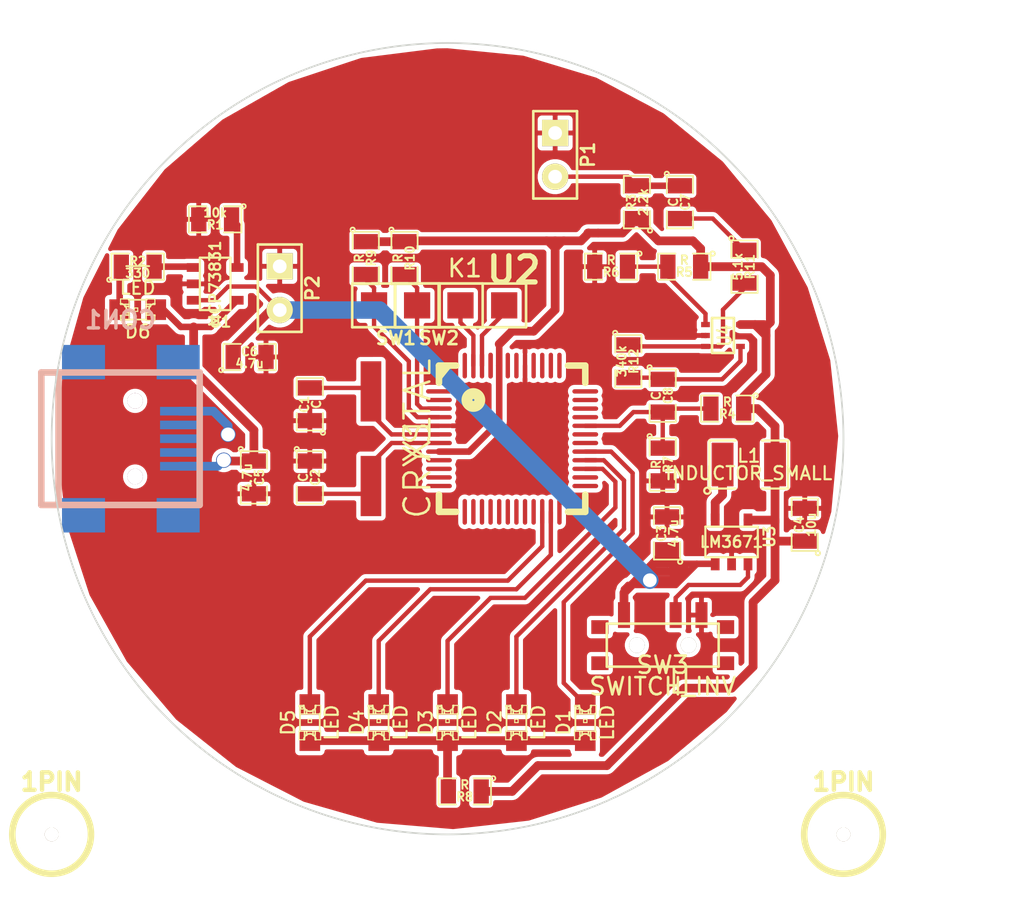
<source format=kicad_pcb>
(kicad_pcb (version 3) (host pcbnew "(2013-may-18)-stable")
  (layers (15 F.Cu signal) (0 B.Cu signal) (18 B.Paste user) (19 F.Paste user) (20 B.SilkS user) (21 F.SilkS user) (22 B.Mask user) (23 F.Mask user) (28 Edge.Cuts user))
  (net 0 "")
  (net 1 3V3)
  (net 2 AMP_OUT)
  (net 3 GND)
  (net 4 LED_CENTER)
  (net 5 LED_FLAT)
  (net 6 LED_SHARP)
  (net 7 LED_VFLAT)
  (net 8 LED_VSHARP)
  (net 9 MIC_OUT)
  (net 10 N-000001)
  (net 11 N-0000018)
  (net 12 N-000002)
  (net 13 N-0000020)
  (net 14 N-0000022)
  (net 15 N-0000023)
  (net 16 N-000003)
  (net 17 N-0000031)
  (net 18 N-0000032)
  (net 19 N-0000033)
  (net 20 N-000004)
  (net 21 PGRM)
  (net 22 REG_EN)
  (net 23 RESET)
  (net 24 RX)
  (net 25 TX)
  (net 26 VBAT)
  (net 27 VUSB)
  (module SM0805 (layer F.Cu) (at 212.5 121.5 270)
    (fp_text reference R7 (at 0 -0.3175 270) (layer F.SilkS) (effects (font (size 0.50038 0.50038) (thickness 0.10922))))
    (fp_text value R (at 0 0.381 270) (layer F.SilkS) (effects (font (size 0.50038 0.50038) (thickness 0.10922))))
    (pad 1 smd rect (at -0.9525 0 270) (size 0.889 1.397) (layers F.Cu F.Paste F.Mask) (net 2 AMP_OUT))
    (pad 2 smd rect (at 0.9525 0 270) (size 0.889 1.397) (layers F.Cu F.Paste F.Mask) (net 3 GND))
  )
  (module SM0805 (layer F.Cu) (at 216.25 118.25 180)
    (fp_text reference R4 (at 0 -0.3175 180) (layer F.SilkS) (effects (font (size 0.50038 0.50038) (thickness 0.10922))))
    (fp_text value R (at 0 0.381 180) (layer F.SilkS) (effects (font (size 0.50038 0.50038) (thickness 0.10922))))
    (pad 1 smd rect (at -0.9525 0 180) (size 0.889 1.397) (layers F.Cu F.Paste F.Mask) (net 1 3V3))
    (pad 2 smd rect (at 0.9525 0 180) (size 0.889 1.397) (layers F.Cu F.Paste F.Mask) (net 2 AMP_OUT))
  )
  (module USB_MINI_B (layer B.Cu) (at 181 120)
    (fp_text reference CON1 (at 0 -6.90118) (layer B.SilkS) (effects (font (size 1.016 1.016) (thickness 0.2032)) (justify mirror)))
    (fp_text value USB-MINI-B hide)
    (pad 1 smd rect (at 3.44932 1.6002) (size 2.30124 0.50038) (layers B.Cu B.Paste B.Mask) (net 27 VUSB))
    (pad 2 smd rect (at 3.44932 0.8001) (size 2.30124 0.50038) (layers B.Cu B.Paste B.Mask))
    (pad 3 smd rect (at 3.44932 0) (size 2.30124 0.50038) (layers B.Cu B.Paste B.Mask))
    (pad 4 smd rect (at 3.44932 -0.8001) (size 2.30124 0.50038) (layers B.Cu B.Paste B.Mask))
    (pad 5 smd rect (at 3.44932 -1.6002) (size 2.30124 0.50038) (layers B.Cu B.Paste B.Mask) (net 3 GND))
    (pad 6 smd rect (at 3.35026 4.45008) (size 2.49936 1.99898) (layers B.Cu B.Paste B.Mask))
    (pad 7 smd rect (at -2.14884 4.45008) (size 2.49936 1.99898) (layers B.Cu B.Paste B.Mask))
    (pad 8 smd rect (at 3.35026 -4.45008) (size 2.49936 1.99898) (layers B.Cu B.Paste B.Mask))
    (pad 9 smd rect (at -2.14884 -4.45008) (size 2.49936 1.99898) (layers B.Cu B.Paste B.Mask))
    (pad "" thru_hole circle (at 0.8509 2.19964) (size 0.89916 0.89916) (drill 0.89916) (layers *.Cu *.Mask B.SilkS))
    (pad "" thru_hole circle (at 0.8509 -2.19964) (size 0.89916 0.89916) (drill 0.89916) (layers *.Cu *.Mask B.SilkS))
  )
  (module SOT353 (layer F.Cu) (at 216 114)
    (fp_text reference U4 (at 0.09906 0 90) (layer F.SilkS) (effects (font (size 0.762 0.635) (thickness 0.127))))
    (fp_text value FAN4931 hide)
    (pad 1 smd rect (at -1.016 -0.635) (size 0.508 0.3048) (layers F.Cu F.Paste F.Mask) (net 14 N-0000022))
    (pad 3 smd rect (at -1.016 0.635) (size 0.508 0.3048) (layers F.Cu F.Paste F.Mask) (net 13 N-0000020))
    (pad 5 smd rect (at 1.016 -0.635) (size 0.508 0.3048) (layers F.Cu F.Paste F.Mask) (net 1 3V3))
    (pad 2 smd rect (at -1.016 0) (size 0.508 0.3048) (layers F.Cu F.Paste F.Mask) (net 3 GND))
    (pad 4 smd rect (at 1.016 0.635) (size 0.508 0.3048) (layers F.Cu F.Paste F.Mask) (net 15 N-0000023))
  )
  (module SOT23-5 (layer F.Cu) (at 186.5 111 270)
    (fp_text reference U1 (at 2.19964 -0.29972 360) (layer F.SilkS) (effects (font (size 0.635 0.635) (thickness 0.127))))
    (fp_text value MCP73831 (at 0 0 270) (layer F.SilkS) (effects (font (size 0.635 0.635) (thickness 0.127))))
    (pad 1 smd rect (at -0.9525 1.27 270) (size 0.508 0.762) (layers F.Cu F.Paste F.Mask) (net 16 N-000003))
    (pad 3 smd rect (at 0.9525 1.27 270) (size 0.508 0.762) (layers F.Cu F.Paste F.Mask) (net 26 VBAT))
    (pad 5 smd rect (at -0.9525 -1.27 270) (size 0.508 0.762) (layers F.Cu F.Paste F.Mask) (net 10 N-000001))
    (pad 2 smd rect (at 0 1.27 270) (size 0.508 0.762) (layers F.Cu F.Paste F.Mask) (net 3 GND))
    (pad 4 smd rect (at 0.9525 -1.27 270) (size 0.508 0.762) (layers F.Cu F.Paste F.Mask) (net 27 VUSB))
  )
  (module SOT23-5 (layer F.Cu) (at 216.5 126)
    (fp_text reference U3 (at 2.19964 -0.29972 90) (layer F.SilkS) (effects (font (size 0.635 0.635) (thickness 0.127))))
    (fp_text value LM3671 (at 0 0) (layer F.SilkS) (effects (font (size 0.635 0.635) (thickness 0.127))))
    (pad 1 smd rect (at -0.9525 1.27) (size 0.508 0.762) (layers F.Cu F.Paste F.Mask) (net 26 VBAT))
    (pad 3 smd rect (at 0.9525 1.27) (size 0.508 0.762) (layers F.Cu F.Paste F.Mask) (net 22 REG_EN))
    (pad 5 smd rect (at -0.9525 -1.27) (size 0.508 0.762) (layers F.Cu F.Paste F.Mask) (net 12 N-000002))
    (pad 2 smd rect (at 0 1.27) (size 0.508 0.762) (layers F.Cu F.Paste F.Mask) (net 3 GND))
    (pad 4 smd rect (at 0.9525 -1.27) (size 0.508 0.762) (layers F.Cu F.Paste F.Mask) (net 1 3V3))
  )
  (module SM1210 (layer F.Cu) (at 217.5 121.5)
    (fp_text reference L1 (at 0 -0.508) (layer F.SilkS) (effects (font (size 0.762 0.762) (thickness 0.127))))
    (fp_text value INDUCTOR_SMALL (at 0 0.508) (layer F.SilkS) (effects (font (size 0.762 0.762) (thickness 0.127))))
    (pad 1 smd rect (at -1.524 0) (size 1.27 2.54) (layers F.Cu F.Paste F.Mask) (net 12 N-000002))
    (pad 2 smd rect (at 1.524 0) (size 1.27 2.54) (layers F.Cu F.Paste F.Mask) (net 1 3V3))
  )
  (module SM0805 (layer F.Cu) (at 211 106.25 90)
    (fp_text reference R3 (at 0 -0.3175 90) (layer F.SilkS) (effects (font (size 0.50038 0.50038) (thickness 0.10922))))
    (fp_text value 2.2k (at 0 0.381 90) (layer F.SilkS) (effects (font (size 0.50038 0.50038) (thickness 0.10922))))
    (pad 1 smd rect (at -0.9525 0 90) (size 0.889 1.397) (layers F.Cu F.Paste F.Mask) (net 1 3V3))
    (pad 2 smd rect (at 0.9525 0 90) (size 0.889 1.397) (layers F.Cu F.Paste F.Mask) (net 11 N-0000018))
  )
  (module SM0805 (layer F.Cu) (at 201 140.5 180)
    (fp_text reference R8 (at 0 -0.3175 180) (layer F.SilkS) (effects (font (size 0.50038 0.50038) (thickness 0.10922))))
    (fp_text value R (at 0 0.381 180) (layer F.SilkS) (effects (font (size 0.50038 0.50038) (thickness 0.10922))))
    (pad 1 smd rect (at -0.9525 0 180) (size 0.889 1.397) (layers F.Cu F.Paste F.Mask) (net 1 3V3))
    (pad 2 smd rect (at 0.9525 0 180) (size 0.889 1.397) (layers F.Cu F.Paste F.Mask) (net 17 N-0000031))
  )
  (module SM0805 (layer F.Cu) (at 197.5 109.5 270)
    (fp_text reference R10 (at 0 -0.3175 270) (layer F.SilkS) (effects (font (size 0.50038 0.50038) (thickness 0.10922))))
    (fp_text value R (at 0 0.381 270) (layer F.SilkS) (effects (font (size 0.50038 0.50038) (thickness 0.10922))))
    (pad 1 smd rect (at -0.9525 0 270) (size 0.889 1.397) (layers F.Cu F.Paste F.Mask) (net 1 3V3))
    (pad 2 smd rect (at 0.9525 0 270) (size 0.889 1.397) (layers F.Cu F.Paste F.Mask) (net 23 RESET))
  )
  (module SM0805 (layer F.Cu) (at 195.25 109.5 270)
    (fp_text reference R9 (at 0 -0.3175 270) (layer F.SilkS) (effects (font (size 0.50038 0.50038) (thickness 0.10922))))
    (fp_text value R (at 0 0.381 270) (layer F.SilkS) (effects (font (size 0.50038 0.50038) (thickness 0.10922))))
    (pad 1 smd rect (at -0.9525 0 270) (size 0.889 1.397) (layers F.Cu F.Paste F.Mask) (net 1 3V3))
    (pad 2 smd rect (at 0.9525 0 270) (size 0.889 1.397) (layers F.Cu F.Paste F.Mask) (net 21 PGRM))
  )
  (module SM0805 (layer F.Cu) (at 182 110)
    (fp_text reference R2 (at 0 -0.3175) (layer F.SilkS) (effects (font (size 0.50038 0.50038) (thickness 0.10922))))
    (fp_text value ~330 (at 0 0.381) (layer F.SilkS) (effects (font (size 0.50038 0.50038) (thickness 0.10922))))
    (pad 1 smd rect (at -0.9525 0) (size 0.889 1.397) (layers F.Cu F.Paste F.Mask) (net 20 N-000004))
    (pad 2 smd rect (at 0.9525 0) (size 0.889 1.397) (layers F.Cu F.Paste F.Mask) (net 16 N-000003))
  )
  (module SM0805 (layer F.Cu) (at 188.75 122.25 270)
    (fp_text reference C5 (at 0 -0.3175 270) (layer F.SilkS) (effects (font (size 0.50038 0.50038) (thickness 0.10922))))
    (fp_text value 4.7u (at 0 0.381 270) (layer F.SilkS) (effects (font (size 0.50038 0.50038) (thickness 0.10922))))
    (pad 1 smd rect (at -0.9525 0 270) (size 0.889 1.397) (layers F.Cu F.Paste F.Mask) (net 27 VUSB))
    (pad 2 smd rect (at 0.9525 0 270) (size 0.889 1.397) (layers F.Cu F.Paste F.Mask) (net 3 GND))
  )
  (module SM0805 (layer F.Cu) (at 188.5 115.25)
    (fp_text reference C6 (at 0 -0.3175) (layer F.SilkS) (effects (font (size 0.50038 0.50038) (thickness 0.10922))))
    (fp_text value 4.7u (at 0 0.381) (layer F.SilkS) (effects (font (size 0.50038 0.50038) (thickness 0.10922))))
    (pad 1 smd rect (at -0.9525 0) (size 0.889 1.397) (layers F.Cu F.Paste F.Mask) (net 26 VBAT))
    (pad 2 smd rect (at 0.9525 0) (size 0.889 1.397) (layers F.Cu F.Paste F.Mask) (net 3 GND))
  )
  (module SM0805 (layer F.Cu) (at 220.75 125 90)
    (fp_text reference C4 (at 0 -0.3175 90) (layer F.SilkS) (effects (font (size 0.50038 0.50038) (thickness 0.10922))))
    (fp_text value 10u (at 0 0.381 90) (layer F.SilkS) (effects (font (size 0.50038 0.50038) (thickness 0.10922))))
    (pad 1 smd rect (at -0.9525 0 90) (size 0.889 1.397) (layers F.Cu F.Paste F.Mask) (net 1 3V3))
    (pad 2 smd rect (at 0.9525 0 90) (size 0.889 1.397) (layers F.Cu F.Paste F.Mask) (net 3 GND))
  )
  (module SM0805 (layer F.Cu) (at 212.75 125.5 90)
    (fp_text reference C3 (at 0 -0.3175 90) (layer F.SilkS) (effects (font (size 0.50038 0.50038) (thickness 0.10922))))
    (fp_text value 4.7u (at 0 0.381 90) (layer F.SilkS) (effects (font (size 0.50038 0.50038) (thickness 0.10922))))
    (pad 1 smd rect (at -0.9525 0 90) (size 0.889 1.397) (layers F.Cu F.Paste F.Mask) (net 26 VBAT))
    (pad 2 smd rect (at 0.9525 0 90) (size 0.889 1.397) (layers F.Cu F.Paste F.Mask) (net 3 GND))
  )
  (module SM0805 (layer F.Cu) (at 213.5 106.25 270)
    (fp_text reference C7 (at 0 -0.3175 270) (layer F.SilkS) (effects (font (size 0.50038 0.50038) (thickness 0.10922))))
    (fp_text value C (at 0 0.381 270) (layer F.SilkS) (effects (font (size 0.50038 0.50038) (thickness 0.10922))))
    (pad 1 smd rect (at -0.9525 0 270) (size 0.889 1.397) (layers F.Cu F.Paste F.Mask) (net 11 N-0000018))
    (pad 2 smd rect (at 0.9525 0 270) (size 0.889 1.397) (layers F.Cu F.Paste F.Mask) (net 9 MIC_OUT))
  )
  (module SM0805 (layer F.Cu) (at 213.75 110 180)
    (fp_text reference R5 (at 0 -0.3175 180) (layer F.SilkS) (effects (font (size 0.50038 0.50038) (thickness 0.10922))))
    (fp_text value R (at 0 0.381 180) (layer F.SilkS) (effects (font (size 0.50038 0.50038) (thickness 0.10922))))
    (pad 1 smd rect (at -0.9525 0 180) (size 0.889 1.397) (layers F.Cu F.Paste F.Mask) (net 1 3V3))
    (pad 2 smd rect (at 0.9525 0 180) (size 0.889 1.397) (layers F.Cu F.Paste F.Mask) (net 14 N-0000022))
  )
  (module SM0805 (layer F.Cu) (at 212.5 117.5 270)
    (fp_text reference C8 (at 0 -0.3175 270) (layer F.SilkS) (effects (font (size 0.50038 0.50038) (thickness 0.10922))))
    (fp_text value C (at 0 0.381 270) (layer F.SilkS) (effects (font (size 0.50038 0.50038) (thickness 0.10922))))
    (pad 1 smd rect (at -0.9525 0 270) (size 0.889 1.397) (layers F.Cu F.Paste F.Mask) (net 15 N-0000023))
    (pad 2 smd rect (at 0.9525 0 270) (size 0.889 1.397) (layers F.Cu F.Paste F.Mask) (net 2 AMP_OUT))
  )
  (module SM0805 (layer F.Cu) (at 186.5 107.25 180)
    (fp_text reference R1 (at 0 -0.3175 180) (layer F.SilkS) (effects (font (size 0.50038 0.50038) (thickness 0.10922))))
    (fp_text value 10k (at 0 0.381 180) (layer F.SilkS) (effects (font (size 0.50038 0.50038) (thickness 0.10922))))
    (pad 1 smd rect (at -0.9525 0 180) (size 0.889 1.397) (layers F.Cu F.Paste F.Mask) (net 10 N-000001))
    (pad 2 smd rect (at 0.9525 0 180) (size 0.889 1.397) (layers F.Cu F.Paste F.Mask) (net 3 GND))
  )
  (module SM0805 (layer F.Cu) (at 192 122.25 270)
    (fp_text reference C2 (at 0 -0.3175 270) (layer F.SilkS) (effects (font (size 0.50038 0.50038) (thickness 0.10922))))
    (fp_text value C (at 0 0.381 270) (layer F.SilkS) (effects (font (size 0.50038 0.50038) (thickness 0.10922))))
    (pad 1 smd rect (at -0.9525 0 270) (size 0.889 1.397) (layers F.Cu F.Paste F.Mask) (net 3 GND))
    (pad 2 smd rect (at 0.9525 0 270) (size 0.889 1.397) (layers F.Cu F.Paste F.Mask) (net 19 N-0000033))
  )
  (module SM0805 (layer F.Cu) (at 192 118 90)
    (fp_text reference C1 (at 0 -0.3175 90) (layer F.SilkS) (effects (font (size 0.50038 0.50038) (thickness 0.10922))))
    (fp_text value C (at 0 0.381 90) (layer F.SilkS) (effects (font (size 0.50038 0.50038) (thickness 0.10922))))
    (pad 1 smd rect (at -0.9525 0 90) (size 0.889 1.397) (layers F.Cu F.Paste F.Mask) (net 3 GND))
    (pad 2 smd rect (at 0.9525 0 90) (size 0.889 1.397) (layers F.Cu F.Paste F.Mask) (net 18 N-0000032))
  )
  (module SM0805 (layer F.Cu) (at 209.5 110 180)
    (fp_text reference R6 (at 0 -0.3175 180) (layer F.SilkS) (effects (font (size 0.50038 0.50038) (thickness 0.10922))))
    (fp_text value R (at 0 0.381 180) (layer F.SilkS) (effects (font (size 0.50038 0.50038) (thickness 0.10922))))
    (pad 1 smd rect (at -0.9525 0 180) (size 0.889 1.397) (layers F.Cu F.Paste F.Mask) (net 14 N-0000022))
    (pad 2 smd rect (at 0.9525 0 180) (size 0.889 1.397) (layers F.Cu F.Paste F.Mask) (net 3 GND))
  )
  (module PIN_ARRAY_3X1 (layer F.Cu) (at 200.75 112.25)
    (fp_text reference K1 (at 0.254 -2.159) (layer F.SilkS) (effects (font (size 1.016 1.016) (thickness 0.1524))))
    (fp_text value CONN_3 hide)
    (pad 2 smd rect (at 0 0) (size 1.524 1.524) (layers F.Cu F.Paste F.Mask) (net 25 TX))
    (pad 3 smd rect (at 2.54 0) (size 1.524 1.524) (layers F.Cu F.Paste F.Mask) (net 24 RX))
  )
  (module PIN_ARRAY_2X1 (layer F.Cu) (at 199.5 112.25 180)
    (fp_text reference SW2 (at 0 -1.905 180) (layer F.SilkS) (effects (font (size 0.762 0.762) (thickness 0.1524))))
    (fp_text value SW_PUSH_SMALL hide)
    (pad 2 smd rect (at 1.27 0 180) (size 1.524 1.524) (layers F.Cu F.Paste F.Mask) (net 23 RESET))
  )
  (module PIN_ARRAY_2X1 (layer F.Cu) (at 197 112.25 180)
    (fp_text reference SW1 (at 0 -1.905 180) (layer F.SilkS) (effects (font (size 0.762 0.762) (thickness 0.1524))))
    (fp_text value SW_PUSH_SMALL hide)
    (pad 2 smd rect (at 1.27 0 180) (size 1.524 1.524) (layers F.Cu F.Paste F.Mask) (net 21 PGRM))
  )
  (module PIN_ARRAY_2X1 (layer F.Cu) (at 190.25 111.25 270)
    (fp_text reference P2 (at 0 -1.905 270) (layer F.SilkS) (effects (font (size 0.762 0.762) (thickness 0.1524))))
    (fp_text value CONN_2 hide)
    (pad 1 thru_hole rect (at -1.27 0 270) (size 1.524 1.524) (drill 0.8) (layers *.Cu *.Mask F.SilkS) (net 3 GND))
    (pad 2 thru_hole circle (at 1.27 0 270) (size 1.524 1.524) (drill 0.8) (layers *.Cu *.Mask F.SilkS) (net 26 VBAT))
  )
  (module PIN_ARRAY_2X1 (layer F.Cu) (at 206.25 103.5 270)
    (fp_text reference P1 (at 0 -1.905 270) (layer F.SilkS) (effects (font (size 0.762 0.762) (thickness 0.1524))))
    (fp_text value CONN_2 hide)
    (pad 1 thru_hole rect (at -1.27 0 270) (size 1.524 1.524) (drill 0.8) (layers *.Cu *.Mask F.SilkS) (net 3 GND))
    (pad 2 thru_hole circle (at 1.27 0 270) (size 1.524 1.524) (drill 0.8) (layers *.Cu *.Mask F.SilkS) (net 11 N-0000018))
  )
  (module LQFT48_TQFP48_Reflow_RefA_06Oct2013 (layer F.Cu) (at 203.75 120)
    (fp_text reference U2 (at 0.1 -9.8) (layer F.SilkS) (effects (font (size 1.524 1.524) (thickness 0.3048))))
    (fp_text value LPC1313_LQFP48 hide)
    (pad 24 smd oval (at 2.75 4.25 90) (size 1.5 0.254) (layers F.Cu F.Paste F.Mask) (clearance 0.05))
    (pad 23 smd oval (at 2.25 4.25 90) (size 1.5 0.254) (layers F.Cu F.Paste F.Mask) (net 5 LED_FLAT) (clearance 0.05))
    (pad 22 smd oval (at 1.75 4.25 90) (size 1.5 0.254) (layers F.Cu F.Paste F.Mask) (net 7 LED_VFLAT) (clearance 0.05))
    (pad 21 smd oval (at 1.25 4.25 90) (size 1.5 0.254) (layers F.Cu F.Paste F.Mask) (clearance 0.05))
    (pad 20 smd oval (at 0.75 4.25 90) (size 1.5 0.254) (layers F.Cu F.Paste F.Mask) (clearance 0.05))
    (pad 14 smd oval (at -2.25 4.25 90) (size 1.5 0.254) (layers F.Cu F.Paste F.Mask) (clearance 0.05))
    (pad 15 smd oval (at -1.75 4.25 90) (size 1.5 0.254) (layers F.Cu F.Paste F.Mask) (clearance 0.05))
    (pad 16 smd oval (at -1.25 4.25 90) (size 1.5 0.254) (layers F.Cu F.Paste F.Mask) (clearance 0.05))
    (pad 17 smd oval (at -0.75 4.25 90) (size 1.5 0.254) (layers F.Cu F.Paste F.Mask) (clearance 0.05))
    (pad 18 smd oval (at -0.25 4.25 90) (size 1.5 0.254) (layers F.Cu F.Paste F.Mask) (clearance 0.05))
    (pad 19 smd oval (at 0.25 4.25 90) (size 1.5 0.254) (layers F.Cu F.Paste F.Mask) (clearance 0.05))
    (pad 13 smd oval (at -2.75 4.25 90) (size 1.5 0.254) (layers F.Cu F.Paste F.Mask) (clearance 0.05))
    (pad 48 smd oval (at -2.75 -4.25 90) (size 1.5 0.254) (layers F.Cu F.Paste F.Mask) (clearance 0.05))
    (pad 43 smd oval (at -0.25 -4.25 90) (size 1.5 0.254) (layers F.Cu F.Paste F.Mask) (clearance 0.05))
    (pad 44 smd oval (at -0.75 -4.25 90) (size 1.5 0.254) (layers F.Cu F.Paste F.Mask) (net 1 3V3) (clearance 0.05))
    (pad 45 smd oval (at -1.25 -4.25 90) (size 1.5 0.254) (layers F.Cu F.Paste F.Mask) (clearance 0.05))
    (pad 45 smd oval (at -1.25 -4.25 90) (size 1.5 0.254) (layers F.Cu F.Paste F.Mask) (clearance 0.05))
    (pad 46 smd oval (at -1.75 -4.25 90) (size 1.5 0.254) (layers F.Cu F.Paste F.Mask) (net 24 RX) (clearance 0.05))
    (pad 47 smd oval (at -2.25 -4.25 90) (size 1.5 0.254) (layers F.Cu F.Paste F.Mask) (net 25 TX) (clearance 0.05))
    (pad 42 smd oval (at 0.25 -4.25 90) (size 1.5 0.254) (layers F.Cu F.Paste F.Mask) (clearance 0.05))
    (pad 41 smd oval (at 0.75 -4.25 90) (size 1.5 0.254) (layers F.Cu F.Paste F.Mask) (net 3 GND) (clearance 0.05))
    (pad 40 smd oval (at 1.25 -4.25 90) (size 1.5 0.254) (layers F.Cu F.Paste F.Mask) (clearance 0.05))
    (pad 39 smd oval (at 1.75 -4.25 90) (size 1.5 0.254) (layers F.Cu F.Paste F.Mask) (clearance 0.05))
    (pad 38 smd oval (at 2.25 -4.25 90) (size 1.5 0.254) (layers F.Cu F.Paste F.Mask) (clearance 0.05))
    (pad 37 smd oval (at 2.75 -4.25 90) (size 1.5 0.254) (layers F.Cu F.Paste F.Mask) (clearance 0.05))
    (pad 31 smd oval (at 4.25 -0.25) (size 1.5 0.254) (layers F.Cu F.Paste F.Mask) (clearance 0.05))
    (pad 32 smd oval (at 4.25 -0.75) (size 1.5 0.254) (layers F.Cu F.Paste F.Mask) (net 2 AMP_OUT) (clearance 0.05))
    (pad 33 smd oval (at 4.25 -1.25) (size 1.5 0.254) (layers F.Cu F.Paste F.Mask) (clearance 0.05))
    (pad 34 smd oval (at 4.25 -1.75) (size 1.5 0.254) (layers F.Cu F.Paste F.Mask) (clearance 0.05))
    (pad 35 smd oval (at 4.25 -2.25) (size 1.5 0.254) (layers F.Cu F.Paste F.Mask) (clearance 0.05))
    (pad 36 smd oval (at 4.25 -2.75) (size 1.5 0.254) (layers F.Cu F.Paste F.Mask) (clearance 0.05))
    (pad 30 smd oval (at 4.25 0.25) (size 1.5 0.254) (layers F.Cu F.Paste F.Mask) (clearance 0.05))
    (pad 29 smd oval (at 4.25 0.75) (size 1.5 0.254) (layers F.Cu F.Paste F.Mask) (net 8 LED_VSHARP) (clearance 0.05))
    (pad 28 smd oval (at 4.25 1.25) (size 1.5 0.254) (layers F.Cu F.Paste F.Mask) (net 6 LED_SHARP) (clearance 0.05))
    (pad 27 smd oval (at 4.25 1.75) (size 1.5 0.254) (layers F.Cu F.Paste F.Mask) (net 4 LED_CENTER) (clearance 0.05))
    (pad 26 smd oval (at 4.25 2.25) (size 1.5 0.254) (layers F.Cu F.Paste F.Mask) (clearance 0.05))
    (pad 25 smd oval (at 4.25 2.75) (size 1.5 0.254) (layers F.Cu F.Paste F.Mask) (clearance 0.05))
    (pad 12 smd oval (at -4.25 2.75) (size 1.5 0.254) (layers F.Cu F.Paste F.Mask) (clearance 0.05))
    (pad 11 smd oval (at -4.25 2.25) (size 1.5 0.254) (layers F.Cu F.Paste F.Mask) (clearance 0.05))
    (pad 10 smd oval (at -4.25 1.75) (size 1.5 0.254) (layers F.Cu F.Paste F.Mask) (clearance 0.05))
    (pad 9 smd oval (at -4.25 1.25) (size 1.5 0.254) (layers F.Cu F.Paste F.Mask) (clearance 0.05))
    (pad 8 smd oval (at -4.25 0.75) (size 1.5 0.254) (layers F.Cu F.Paste F.Mask) (net 1 3V3) (clearance 0.05))
    (pad 7 smd oval (at -4.25 0.25) (size 1.5 0.254) (layers F.Cu F.Paste F.Mask) (net 19 N-0000033) (clearance 0.05))
    (pad 1 smd oval (at -4.25 -2.75) (size 1.5 0.254) (layers F.Cu F.Paste F.Mask) (clearance 0.05))
    (pad 2 smd oval (at -4.25 -2.25) (size 1.5 0.254) (layers F.Cu F.Paste F.Mask) (clearance 0.05))
    (pad 3 smd oval (at -4.25 -1.75) (size 1.5 0.254) (layers F.Cu F.Paste F.Mask) (net 23 RESET) (clearance 0.05))
    (pad 4 smd oval (at -4.25 -1.25) (size 1.5 0.254) (layers F.Cu F.Paste F.Mask) (net 21 PGRM) (clearance 0.05))
    (pad 5 smd oval (at -4.25 -0.75) (size 1.5 0.254) (layers F.Cu F.Paste F.Mask) (net 3 GND) (clearance 0.05))
    (pad 6 smd oval (at -4.25 -0.25) (size 1.5 0.254) (layers F.Cu F.Paste F.Mask) (net 18 N-0000032) (clearance 0.05))
  )
  (module LED-0805 (layer F.Cu) (at 204 136.5 90)
    (fp_text reference D2 (at 0 -1.27 90) (layer F.SilkS) (effects (font (size 0.762 0.762) (thickness 0.127))))
    (fp_text value LED (at 0 1.27 90) (layer F.SilkS) (effects (font (size 0.762 0.762) (thickness 0.127))))
    (pad 1 smd rect (at -1.04902 0 90) (size 1.19888 1.19888) (layers F.Cu F.Paste F.Mask) (net 17 N-0000031))
    (pad 2 smd rect (at 1.04902 0 90) (size 1.19888 1.19888) (layers F.Cu F.Paste F.Mask) (net 6 LED_SHARP))
  )
  (module LED-0805 (layer F.Cu) (at 200 136.5 90)
    (fp_text reference D3 (at 0 -1.27 90) (layer F.SilkS) (effects (font (size 0.762 0.762) (thickness 0.127))))
    (fp_text value LED (at 0 1.27 90) (layer F.SilkS) (effects (font (size 0.762 0.762) (thickness 0.127))))
    (pad 1 smd rect (at -1.04902 0 90) (size 1.19888 1.19888) (layers F.Cu F.Paste F.Mask) (net 17 N-0000031))
    (pad 2 smd rect (at 1.04902 0 90) (size 1.19888 1.19888) (layers F.Cu F.Paste F.Mask) (net 4 LED_CENTER))
  )
  (module LED-0805 (layer F.Cu) (at 208 136.5 90)
    (fp_text reference D1 (at 0 -1.27 90) (layer F.SilkS) (effects (font (size 0.762 0.762) (thickness 0.127))))
    (fp_text value LED (at 0 1.27 90) (layer F.SilkS) (effects (font (size 0.762 0.762) (thickness 0.127))))
    (pad 1 smd rect (at -1.04902 0 90) (size 1.19888 1.19888) (layers F.Cu F.Paste F.Mask) (net 17 N-0000031))
    (pad 2 smd rect (at 1.04902 0 90) (size 1.19888 1.19888) (layers F.Cu F.Paste F.Mask) (net 8 LED_VSHARP))
  )
  (module LED-0805 (layer F.Cu) (at 196 136.5 90)
    (fp_text reference D4 (at 0 -1.27 90) (layer F.SilkS) (effects (font (size 0.762 0.762) (thickness 0.127))))
    (fp_text value LED (at 0 1.27 90) (layer F.SilkS) (effects (font (size 0.762 0.762) (thickness 0.127))))
    (pad 1 smd rect (at -1.04902 0 90) (size 1.19888 1.19888) (layers F.Cu F.Paste F.Mask) (net 17 N-0000031))
    (pad 2 smd rect (at 1.04902 0 90) (size 1.19888 1.19888) (layers F.Cu F.Paste F.Mask) (net 5 LED_FLAT))
  )
  (module LED-0805 (layer F.Cu) (at 192 136.5 90)
    (fp_text reference D5 (at 0 -1.27 90) (layer F.SilkS) (effects (font (size 0.762 0.762) (thickness 0.127))))
    (fp_text value LED (at 0 1.27 90) (layer F.SilkS) (effects (font (size 0.762 0.762) (thickness 0.127))))
    (pad 1 smd rect (at -1.04902 0 90) (size 1.19888 1.19888) (layers F.Cu F.Paste F.Mask) (net 17 N-0000031))
    (pad 2 smd rect (at 1.04902 0 90) (size 1.19888 1.19888) (layers F.Cu F.Paste F.Mask) (net 7 LED_VFLAT))
  )
  (module LED-0805 (layer F.Cu) (at 182 112.5 180)
    (fp_text reference D6 (at 0 -1.27 180) (layer F.SilkS) (effects (font (size 0.762 0.762) (thickness 0.127))))
    (fp_text value LED (at 0 1.27 180) (layer F.SilkS) (effects (font (size 0.762 0.762) (thickness 0.127))))
    (pad 1 smd rect (at -1.04902 0 180) (size 1.19888 1.19888) (layers F.Cu F.Paste F.Mask) (net 27 VUSB))
    (pad 2 smd rect (at 1.04902 0 180) (size 1.19888 1.19888) (layers F.Cu F.Paste F.Mask) (net 20 N-000004))
  )
  (module crystal_csm3x (layer F.Cu) (at 198.25 120 90)
    (fp_text reference X1 (at 0 0 90) (layer F.SilkS) (effects (font (size 1.5 1.5))))
    (fp_text value CRYSTAL (at 0 0 90) (layer F.SilkS) (effects (font (size 1.5 1.5))))
    (pad 2 smd rect (at 2.75 -2.7 90) (size 3.5 1.2) (layers F.Cu F.Paste F.Mask) (net 18 N-0000032))
    (pad 1 smd rect (at -2.75 -2.7 90) (size 3.5 1.2) (layers F.Cu F.Paste F.Mask) (net 19 N-0000033))
  )
  (module SW_cus-12tb (layer F.Cu) (at 212.5 132)
    (fp_text reference SW3 (at 0 1.15) (layer F.SilkS))
    (fp_text value SWITCH_INV (at 0 2.4) (layer F.SilkS))
    (pad "" thru_hole circle (at 1.5 0) (size 0.9 0.9) (drill 0.9) (layers *.Cu *.Mask F.SilkS))
    (pad "" smd rect (at 3.65 1.05) (size 1 0.8) (layers F.Cu F.Paste F.Mask))
    (pad "" smd rect (at -3.65 1.05) (size 1 0.8) (layers F.Cu F.Paste F.Mask))
    (pad "" smd rect (at -3.65 -1.05) (size 1 0.8) (layers F.Cu F.Paste F.Mask))
    (pad 3 smd rect (at 2.25 -1.75) (size 0.7 1.5) (layers F.Cu F.Paste F.Mask) (net 3 GND))
    (pad 2 smd rect (at 0.75 -1.75) (size 0.7 1.5) (layers F.Cu F.Paste F.Mask) (net 22 REG_EN))
    (pad 1 smd rect (at -2.25 -1.75) (size 0.7 1.5) (layers F.Cu F.Paste F.Mask) (net 26 VBAT))
    (pad "" smd rect (at 3.65 -1.05) (size 1 0.8) (layers F.Cu F.Paste F.Mask))
    (pad "" thru_hole circle (at -1.5 0) (size 0.9 0.9) (drill 0.9) (layers *.Cu *.Mask F.SilkS))
  )
  (module SM0805 (layer F.Cu) (at 217.25 110 270)
    (fp_text reference R11 (at 0 -0.3175 270) (layer F.SilkS) (effects (font (size 0.50038 0.50038) (thickness 0.10922))))
    (fp_text value 5.1k (at 0 0.381 270) (layer F.SilkS) (effects (font (size 0.50038 0.50038) (thickness 0.10922))))
    (pad 1 smd rect (at -0.9525 0 270) (size 0.889 1.397) (layers F.Cu F.Paste F.Mask) (net 9 MIC_OUT))
    (pad 2 smd rect (at 0.9525 0 270) (size 0.889 1.397) (layers F.Cu F.Paste F.Mask) (net 13 N-0000020))
  )
  (module SM0805 (layer F.Cu) (at 210.5 115.5 270)
    (fp_text reference R12 (at 0 -0.3175 270) (layer F.SilkS) (effects (font (size 0.50038 0.50038) (thickness 0.10922))))
    (fp_text value 340k (at 0 0.381 270) (layer F.SilkS) (effects (font (size 0.50038 0.50038) (thickness 0.10922))))
    (pad 1 smd rect (at -0.9525 0 270) (size 0.889 1.397) (layers F.Cu F.Paste F.Mask) (net 13 N-0000020))
    (pad 2 smd rect (at 0.9525 0 270) (size 0.889 1.397) (layers F.Cu F.Paste F.Mask) (net 15 N-0000023))
  )
  (module 1pin (layer F.Cu) (at 223 143)
    (fp_text reference 1PIN (at 0 -3.048) (layer F.SilkS) (effects (font (size 1.016 1.016) (thickness 0.254))))
    (fp_text value P*** hide)
    (pad "" thru_hole circle (at 0 0) (size 0.8 0.8) (drill 0.8) (layers *.Cu *.Mask F.SilkS))
  )
  (module 1pin (layer F.Cu) (at 177 143)
    (fp_text reference 1PIN (at 0 -3.048) (layer F.SilkS) (effects (font (size 1.016 1.016) (thickness 0.254))))
    (fp_text value P*** hide)
    (pad "" thru_hole circle (at 0 0) (size 0.8 0.8) (drill 0.8) (layers *.Cu *.Mask F.SilkS))
  )
  (gr_circle (center 200 120) (end 200 97) (layer Edge.Cuts) (width 0.1))
  (segment (start 201.9525 140.5) (end 203.75 140.5) (width 0.508) (layer F.Cu) (net 1))
  (segment (start 219.024 128.226) (end 219.024 125.9525) (width 0.508) (layer F.Cu) (net 1))
  (segment (start 217.75 129.5) (end 219.024 128.226) (width 0.508) (layer F.Cu) (net 1))
  (segment (start 217.75 133.25) (end 217.75 129.5) (width 0.508) (layer F.Cu) (net 1))
  (segment (start 216.5 134.5) (end 217.75 133.25) (width 0.508) (layer F.Cu) (net 1))
  (segment (start 213.75 134.5) (end 216.5 134.5) (width 0.508) (layer F.Cu) (net 1))
  (segment (start 209.25 139) (end 213.75 134.5) (width 0.508) (layer F.Cu) (net 1))
  (segment (start 205.25 139) (end 209.25 139) (width 0.508) (layer F.Cu) (net 1))
  (segment (start 203.75 140.5) (end 205.25 139) (width 0.508) (layer F.Cu) (net 1))
  (segment (start 214.7025 110) (end 218.25 110) (width 0.508) (layer F.Cu) (net 1))
  (segment (start 218.75 113.23) (end 218.5 113.48) (width 0.508) (layer F.Cu) (net 1))
  (segment (start 218.75 110.5) (end 218.75 113.23) (width 0.508) (layer F.Cu) (net 1))
  (segment (start 218.25 110) (end 218.75 110.5) (width 0.508) (layer F.Cu) (net 1))
  (segment (start 206.25 109) (end 206.75 108.5) (width 0.381) (layer F.Cu) (net 1))
  (segment (start 206.25 109) (end 205.75 108.5) (width 0.381) (layer F.Cu) (net 1))
  (segment (start 203 115.75) (end 203 114.5) (width 0.381) (layer F.Cu) (net 1))
  (segment (start 206.25 112.5) (end 206.25 109) (width 0.508) (layer F.Cu) (net 1))
  (segment (start 206.25 109) (end 206.25 108.5) (width 0.381) (layer F.Cu) (net 1))
  (segment (start 205 113.75) (end 206.25 112.5) (width 0.508) (layer F.Cu) (net 1))
  (segment (start 203.75 113.75) (end 205 113.75) (width 0.508) (layer F.Cu) (net 1))
  (segment (start 203 114.5) (end 203.75 113.75) (width 0.508) (layer F.Cu) (net 1))
  (segment (start 211 107.2025) (end 211 107.25) (width 0.381) (layer F.Cu) (net 1))
  (segment (start 214.7025 108.9525) (end 214.7025 110) (width 0.508) (layer F.Cu) (net 1))
  (segment (start 214.25 108.5) (end 214.7025 108.9525) (width 0.508) (layer F.Cu) (net 1))
  (segment (start 212.25 108.5) (end 214.25 108.5) (width 0.508) (layer F.Cu) (net 1))
  (segment (start 211 107.25) (end 212.25 108.5) (width 0.508) (layer F.Cu) (net 1))
  (segment (start 218.5 114) (end 218.5 113.48) (width 0.508) (layer F.Cu) (net 1))
  (segment (start 218.5 113.48) (end 218.385 113.365) (width 0.381) (layer F.Cu) (net 1))
  (segment (start 218.385 113.365) (end 217.016 113.365) (width 0.508) (layer F.Cu) (net 1))
  (segment (start 217.2025 118.25) (end 217.2025 117.5475) (width 0.381) (layer F.Cu) (net 1))
  (segment (start 217.865 113.365) (end 217.016 113.365) (width 0.381) (layer F.Cu) (net 1))
  (segment (start 218.5 114) (end 217.865 113.365) (width 0.508) (layer F.Cu) (net 1))
  (segment (start 218.5 116.25) (end 218.5 114) (width 0.508) (layer F.Cu) (net 1))
  (segment (start 217.2025 117.5475) (end 218.5 116.25) (width 0.508) (layer F.Cu) (net 1))
  (segment (start 207.75 108.5) (end 208.2025 108.0475) (width 0.508) (layer F.Cu) (net 1))
  (segment (start 208.2025 108.0475) (end 208.155 108.0475) (width 0.508) (layer F.Cu) (net 1))
  (segment (start 206.75 108.5) (end 207.75 108.5) (width 0.508) (layer F.Cu) (net 1))
  (segment (start 208.155 108.0475) (end 208.75 108.0475) (width 0.508) (layer F.Cu) (net 1))
  (segment (start 208.75 108.0475) (end 210.155 108.0475) (width 0.508) (layer F.Cu) (net 1))
  (segment (start 210.155 108.0475) (end 211 107.2025) (width 0.508) (layer F.Cu) (net 1))
  (segment (start 206.25 108.5) (end 206.75 108.5) (width 0.508) (layer F.Cu) (net 1))
  (segment (start 195.25 108.5475) (end 197.5 108.5475) (width 0.508) (layer F.Cu) (net 1))
  (segment (start 197.5 108.5475) (end 197.5475 108.5) (width 0.508) (layer F.Cu) (net 1))
  (segment (start 197.5475 108.5) (end 205.75 108.5) (width 0.508) (layer F.Cu) (net 1))
  (segment (start 205.75 108.5) (end 206.25 108.5) (width 0.508) (layer F.Cu) (net 1))
  (segment (start 220.75 125.9525) (end 219.024 125.9525) (width 0.508) (layer F.Cu) (net 1))
  (segment (start 219 126) (end 219.024 126) (width 0.508) (layer F.Cu) (net 1))
  (segment (start 219 125.9765) (end 219 126) (width 0.508) (layer F.Cu) (net 1))
  (segment (start 219.024 125.9525) (end 219 125.9765) (width 0.508) (layer F.Cu) (net 1))
  (segment (start 203 115.75) (end 203 119) (width 0.381) (layer F.Cu) (net 1))
  (segment (start 201.25 120.75) (end 199.5 120.75) (width 0.381) (layer F.Cu) (net 1))
  (segment (start 203 119) (end 201.25 120.75) (width 0.381) (layer F.Cu) (net 1))
  (segment (start 219.024 126) (end 219.024 124.8215) (width 0.508) (layer F.Cu) (net 1))
  (segment (start 217.2025 118.25) (end 218 118.25) (width 0.508) (layer F.Cu) (net 1))
  (segment (start 219.024 119.274) (end 219.024 121.5) (width 0.508) (layer F.Cu) (net 1))
  (segment (start 218 118.25) (end 219.024 119.274) (width 0.508) (layer F.Cu) (net 1))
  (segment (start 217.4525 124.73) (end 219 124.73) (width 0.508) (layer F.Cu) (net 1))
  (segment (start 219 124.73) (end 219.024 124.73) (width 0.508) (layer F.Cu) (net 1))
  (segment (start 219.024 124.73) (end 219.024 124.8215) (width 0.508) (layer F.Cu) (net 1))
  (segment (start 219.024 121.5) (end 219.024 124.8215) (width 0.508) (layer F.Cu) (net 1))
  (segment (start 208 119.25) (end 210 119.25) (width 0.254) (layer F.Cu) (net 2))
  (segment (start 210.7975 118.4525) (end 212.5 118.4525) (width 0.254) (layer F.Cu) (net 2))
  (segment (start 210 119.25) (end 210.7975 118.4525) (width 0.254) (layer F.Cu) (net 2))
  (segment (start 212.5 118.4525) (end 212.5 120.5475) (width 0.254) (layer F.Cu) (net 2))
  (segment (start 215.2975 118.25) (end 212.7025 118.25) (width 0.254) (layer F.Cu) (net 2))
  (segment (start 212.7025 118.25) (end 212.5 118.4525) (width 0.254) (layer F.Cu) (net 2))
  (segment (start 204.5 115.75) (end 204.5 118) (width 0.254) (layer F.Cu) (net 3))
  (segment (start 184.44932 118.3998) (end 186.3998 118.3998) (width 0.508) (layer B.Cu) (net 3))
  (via (at 187.25 119.75) (size 0.889) (layers F.Cu B.Cu) (net 3))
  (segment (start 187.25 119.25) (end 187.25 119.75) (width 0.508) (layer B.Cu) (net 3))
  (segment (start 186.3998 118.3998) (end 187.25 119.25) (width 0.508) (layer B.Cu) (net 3))
  (segment (start 199.5 119.25) (end 197.5 119.25) (width 0.254) (layer F.Cu) (net 3))
  (segment (start 197.5 119.25) (end 197.25 119) (width 0.254) (layer F.Cu) (net 3))
  (segment (start 200 135.45098) (end 200 131.75) (width 0.254) (layer F.Cu) (net 4))
  (segment (start 209 121.75) (end 208 121.75) (width 0.254) (layer F.Cu) (net 4))
  (segment (start 209.75 122.5) (end 209 121.75) (width 0.254) (layer F.Cu) (net 4))
  (segment (start 209.75 124) (end 209.75 122.5) (width 0.254) (layer F.Cu) (net 4))
  (segment (start 204.5 129.25) (end 209.75 124) (width 0.254) (layer F.Cu) (net 4))
  (segment (start 202.5 129.25) (end 204.5 129.25) (width 0.254) (layer F.Cu) (net 4))
  (segment (start 200 131.75) (end 202.5 129.25) (width 0.254) (layer F.Cu) (net 4))
  (segment (start 196 135.45098) (end 196 131.75) (width 0.254) (layer F.Cu) (net 5))
  (segment (start 206 126.75) (end 206 124.25) (width 0.254) (layer F.Cu) (net 5))
  (segment (start 204 128.75) (end 206 126.75) (width 0.254) (layer F.Cu) (net 5))
  (segment (start 199 128.75) (end 204 128.75) (width 0.254) (layer F.Cu) (net 5))
  (segment (start 196 131.75) (end 199 128.75) (width 0.254) (layer F.Cu) (net 5))
  (segment (start 204 135.45098) (end 204 131.5) (width 0.254) (layer F.Cu) (net 6))
  (segment (start 209.07474 121.25) (end 208 121.25) (width 0.254) (layer F.Cu) (net 6))
  (segment (start 210.25 122.42526) (end 209.07474 121.25) (width 0.254) (layer F.Cu) (net 6))
  (segment (start 210.25 125.25) (end 210.25 122.42526) (width 0.254) (layer F.Cu) (net 6))
  (segment (start 204 131.5) (end 210.25 125.25) (width 0.254) (layer F.Cu) (net 6))
  (segment (start 192 135.45098) (end 192 131.5) (width 0.254) (layer F.Cu) (net 7))
  (segment (start 205.5 126.25) (end 205.5 124.25) (width 0.254) (layer F.Cu) (net 7))
  (segment (start 203.5 128.25) (end 205.5 126.25) (width 0.254) (layer F.Cu) (net 7))
  (segment (start 195.25 128.25) (end 203.5 128.25) (width 0.254) (layer F.Cu) (net 7))
  (segment (start 192 131.5) (end 195.25 128.25) (width 0.254) (layer F.Cu) (net 7))
  (segment (start 208 120.75) (end 209.5 120.75) (width 0.254) (layer F.Cu) (net 8))
  (segment (start 206.75 134.20098) (end 208 135.45098) (width 0.254) (layer F.Cu) (net 8))
  (segment (start 206.75 129.5) (end 206.75 134.20098) (width 0.254) (layer F.Cu) (net 8))
  (segment (start 210.75 125.5) (end 206.75 129.5) (width 0.254) (layer F.Cu) (net 8))
  (segment (start 210.75 122) (end 210.75 125.5) (width 0.254) (layer F.Cu) (net 8))
  (segment (start 209.5 120.75) (end 210.75 122) (width 0.254) (layer F.Cu) (net 8))
  (segment (start 213.5 107.2025) (end 215.405 107.2025) (width 0.254) (layer F.Cu) (net 9))
  (segment (start 215.405 107.2025) (end 217.25 109.0475) (width 0.254) (layer F.Cu) (net 9))
  (segment (start 187.77 110.0475) (end 187.77 107.5675) (width 0.381) (layer F.Cu) (net 10))
  (segment (start 187.77 107.5675) (end 187.4525 107.25) (width 0.381) (layer F.Cu) (net 10))
  (segment (start 211 105.2975) (end 213.5 105.2975) (width 0.381) (layer F.Cu) (net 11))
  (segment (start 206.25 104.77) (end 210.4725 104.77) (width 0.254) (layer F.Cu) (net 11))
  (segment (start 210.4725 104.77) (end 211 105.2975) (width 0.254) (layer F.Cu) (net 11))
  (segment (start 207.25 104.77) (end 210.4725 104.77) (width 0.254) (layer F.Cu) (net 11))
  (segment (start 210.4725 104.77) (end 211 105.2975) (width 0.254) (layer F.Cu) (net 11))
  (segment (start 215.976 121.5) (end 215.976 123.274) (width 0.508) (layer F.Cu) (net 12))
  (segment (start 215.5475 123.7025) (end 215.5475 124.73) (width 0.508) (layer F.Cu) (net 12))
  (segment (start 215.976 123.274) (end 215.5475 123.7025) (width 0.508) (layer F.Cu) (net 12))
  (segment (start 214.984 114.635) (end 210.5875 114.635) (width 0.254) (layer F.Cu) (net 13))
  (segment (start 210.5875 114.635) (end 210.5 114.5475) (width 0.254) (layer F.Cu) (net 13))
  (segment (start 215.865 114.635) (end 214.984 114.635) (width 0.254) (layer F.Cu) (net 13))
  (segment (start 216 114.5) (end 215.865 114.635) (width 0.254) (layer F.Cu) (net 13))
  (segment (start 216 112.5) (end 216 114.5) (width 0.254) (layer F.Cu) (net 13))
  (segment (start 217.25 111.25) (end 216 112.5) (width 0.254) (layer F.Cu) (net 13))
  (segment (start 217.25 110.9525) (end 217.25 111.25) (width 0.254) (layer F.Cu) (net 13))
  (segment (start 212.7975 110) (end 212.7975 110.5475) (width 0.254) (layer F.Cu) (net 14))
  (segment (start 214.984 112.734) (end 214.984 113.365) (width 0.254) (layer F.Cu) (net 14))
  (segment (start 212.7975 110.5475) (end 214.984 112.734) (width 0.254) (layer F.Cu) (net 14))
  (segment (start 210.4525 110) (end 212.7975 110) (width 0.254) (layer F.Cu) (net 14))
  (segment (start 210.5 116.4525) (end 212.405 116.4525) (width 0.254) (layer F.Cu) (net 15))
  (segment (start 212.405 116.4525) (end 212.5 116.5475) (width 0.254) (layer F.Cu) (net 15))
  (segment (start 217.016 114.635) (end 217.016 115.484) (width 0.254) (layer F.Cu) (net 15))
  (segment (start 215.9525 116.5475) (end 212.5 116.5475) (width 0.254) (layer F.Cu) (net 15))
  (segment (start 217.016 115.484) (end 215.9525 116.5475) (width 0.254) (layer F.Cu) (net 15))
  (segment (start 182.9525 110) (end 185.1825 110) (width 0.381) (layer F.Cu) (net 16))
  (segment (start 185.1825 110) (end 185.23 110.0475) (width 0.381) (layer F.Cu) (net 16))
  (segment (start 200 137.54902) (end 200 140.4525) (width 0.508) (layer F.Cu) (net 17))
  (segment (start 200 140.4525) (end 200.0475 140.5) (width 0.508) (layer F.Cu) (net 17))
  (segment (start 192 137.54902) (end 196 137.54902) (width 0.508) (layer F.Cu) (net 17))
  (segment (start 196 137.54902) (end 200 137.54902) (width 0.508) (layer F.Cu) (net 17))
  (segment (start 200 137.54902) (end 204 137.54902) (width 0.508) (layer F.Cu) (net 17))
  (segment (start 204 137.54902) (end 208 137.54902) (width 0.508) (layer F.Cu) (net 17))
  (segment (start 199.5 119.75) (end 196.75 119.75) (width 0.254) (layer F.Cu) (net 18))
  (segment (start 195.55 118.55) (end 195.55 117.25) (width 0.254) (layer F.Cu) (net 18))
  (segment (start 196.75 119.75) (end 195.55 118.55) (width 0.254) (layer F.Cu) (net 18))
  (segment (start 192 117.0475) (end 195.3475 117.0475) (width 0.254) (layer F.Cu) (net 18))
  (segment (start 195.3475 117.0475) (end 195.55 117.25) (width 0.254) (layer F.Cu) (net 18))
  (segment (start 199.5 120.25) (end 196.75 120.25) (width 0.254) (layer F.Cu) (net 19))
  (segment (start 195.55 121.45) (end 195.55 122.75) (width 0.254) (layer F.Cu) (net 19))
  (segment (start 196.75 120.25) (end 195.55 121.45) (width 0.254) (layer F.Cu) (net 19))
  (segment (start 192 123.2025) (end 195.0975 123.2025) (width 0.254) (layer F.Cu) (net 19))
  (segment (start 195.0975 123.2025) (end 195.55 122.75) (width 0.254) (layer F.Cu) (net 19))
  (segment (start 180.95098 112.5) (end 180.95098 110.09652) (width 0.381) (layer F.Cu) (net 20))
  (segment (start 180.95098 110.09652) (end 181.0475 110) (width 0.381) (layer F.Cu) (net 20))
  (segment (start 195.25 110.4525) (end 195.25 110.75) (width 0.254) (layer F.Cu) (net 21))
  (segment (start 195.73 111.23) (end 195.73 112.25) (width 0.254) (layer F.Cu) (net 21))
  (segment (start 195.25 110.75) (end 195.73 111.23) (width 0.254) (layer F.Cu) (net 21))
  (segment (start 195.73 112.25) (end 195.73 113.48) (width 0.254) (layer F.Cu) (net 21))
  (segment (start 198.25 118.75) (end 199.5 118.75) (width 0.254) (layer F.Cu) (net 21))
  (segment (start 197.75 118.25) (end 198.25 118.75) (width 0.254) (layer F.Cu) (net 21))
  (segment (start 197.75 115.5) (end 197.75 118.25) (width 0.254) (layer F.Cu) (net 21))
  (segment (start 195.73 113.48) (end 197.75 115.5) (width 0.254) (layer F.Cu) (net 21))
  (segment (start 217.4525 127.27) (end 217.4525 128.0475) (width 0.254) (layer F.Cu) (net 22))
  (segment (start 213.25 129.25) (end 213.25 130.25) (width 0.254) (layer F.Cu) (net 22))
  (segment (start 214 128.5) (end 213.25 129.25) (width 0.254) (layer F.Cu) (net 22))
  (segment (start 217 128.5) (end 214 128.5) (width 0.254) (layer F.Cu) (net 22))
  (segment (start 217.4525 128.0475) (end 217 128.5) (width 0.254) (layer F.Cu) (net 22))
  (segment (start 197.5 110.4525) (end 197.5 110.5) (width 0.254) (layer F.Cu) (net 23))
  (segment (start 198.23 111.23) (end 198.23 112.25) (width 0.254) (layer F.Cu) (net 23))
  (segment (start 197.5 110.5) (end 198.23 111.23) (width 0.254) (layer F.Cu) (net 23))
  (segment (start 198.23 112.25) (end 198.23 117.98) (width 0.254) (layer F.Cu) (net 23))
  (segment (start 198.5 118.25) (end 199.5 118.25) (width 0.254) (layer F.Cu) (net 23))
  (segment (start 198.23 117.98) (end 198.5 118.25) (width 0.254) (layer F.Cu) (net 23))
  (segment (start 203.29 112.25) (end 203.29 112.71) (width 0.254) (layer F.Cu) (net 24))
  (segment (start 202 114) (end 202 115.75) (width 0.254) (layer F.Cu) (net 24))
  (segment (start 203.29 112.71) (end 202 114) (width 0.254) (layer F.Cu) (net 24))
  (segment (start 200.75 112.25) (end 200.75 113.25) (width 0.254) (layer F.Cu) (net 25))
  (segment (start 201.5 114) (end 201.5 115.75) (width 0.254) (layer F.Cu) (net 25))
  (segment (start 200.75 113.25) (end 201.5 114) (width 0.254) (layer F.Cu) (net 25))
  (segment (start 211.75 127.72625) (end 211.75 128.22625) (width 0.508) (layer F.Cu) (net 26))
  (segment (start 196.04375 112.52) (end 190.25 112.52) (width 1.016) (layer B.Cu) (net 26))
  (segment (start 211.75 128.22625) (end 196.04375 112.52) (width 1.016) (layer B.Cu) (net 26))
  (via (at 211.75 128.22625) (size 0.889) (layers F.Cu B.Cu) (net 26))
  (segment (start 212.75 126.4525) (end 212.75 127) (width 0.508) (layer F.Cu) (net 26))
  (segment (start 212.75 127) (end 213.25 127.5) (width 0.508) (layer F.Cu) (net 26))
  (segment (start 213.02375 127.72625) (end 213.25 127.5) (width 0.508) (layer F.Cu) (net 26))
  (segment (start 211.47625 127.72625) (end 211.75 127.72625) (width 0.508) (layer F.Cu) (net 26))
  (segment (start 211.75 127.72625) (end 213.02375 127.72625) (width 0.508) (layer F.Cu) (net 26))
  (segment (start 211.97625 127.22625) (end 212.77375 127.22625) (width 0.508) (layer F.Cu) (net 26))
  (segment (start 212.77375 127.22625) (end 213 127) (width 0.508) (layer F.Cu) (net 26))
  (segment (start 210.97625 128.22625) (end 213.02375 128.22625) (width 0.508) (layer F.Cu) (net 26))
  (segment (start 213.02375 128.22625) (end 213.75 127.5) (width 0.508) (layer F.Cu) (net 26))
  (segment (start 210.25 130.25) (end 210.25 128.9525) (width 0.508) (layer F.Cu) (net 26))
  (segment (start 210.25 128.9525) (end 210.97625 128.22625) (width 0.508) (layer F.Cu) (net 26))
  (segment (start 210.97625 128.22625) (end 211.47625 127.72625) (width 0.508) (layer F.Cu) (net 26))
  (segment (start 211.47625 127.72625) (end 211.97625 127.22625) (width 0.508) (layer F.Cu) (net 26))
  (segment (start 211.97625 127.22625) (end 212.75 126.4525) (width 0.508) (layer F.Cu) (net 26))
  (segment (start 185.23 111.9525) (end 186.4525 111.9525) (width 0.254) (layer F.Cu) (net 26))
  (segment (start 186.4525 111.9525) (end 187.25 111.155) (width 0.254) (layer F.Cu) (net 26))
  (segment (start 187.25 111.155) (end 188.885 111.155) (width 0.254) (layer F.Cu) (net 26))
  (segment (start 188.885 111.155) (end 190.25 112.52) (width 0.254) (layer F.Cu) (net 26))
  (segment (start 190.25 112.52) (end 189.73 112.52) (width 0.508) (layer F.Cu) (net 26))
  (segment (start 189.73 112.52) (end 187.5475 114.7025) (width 0.508) (layer F.Cu) (net 26))
  (segment (start 187.5475 114.7025) (end 187.5475 115.25) (width 0.508) (layer F.Cu) (net 26))
  (segment (start 215.5475 127.27) (end 213.5675 127.27) (width 0.381) (layer F.Cu) (net 26))
  (segment (start 213.5675 127.27) (end 212.75 126.4525) (width 0.381) (layer F.Cu) (net 26))
  (segment (start 215.5475 127.27) (end 214.48 127.27) (width 0.254) (layer F.Cu) (net 26))
  (segment (start 214.48 127.27) (end 213.25 128.5) (width 0.381) (layer F.Cu) (net 26))
  (segment (start 210.25 128.75) (end 210.25 130.25) (width 0.381) (layer F.Cu) (net 26))
  (segment (start 213.25 128.5) (end 210.5 128.5) (width 0.381) (layer F.Cu) (net 26))
  (segment (start 210.5 128.5) (end 210.25 128.75) (width 0.381) (layer F.Cu) (net 26))
  (segment (start 185.25 113.5) (end 185.25 116) (width 0.508) (layer F.Cu) (net 27))
  (segment (start 188.75 119.5) (end 188.75 121.2975) (width 0.508) (layer F.Cu) (net 27))
  (segment (start 185.25 116) (end 188.75 119.5) (width 0.508) (layer F.Cu) (net 27))
  (segment (start 184.44932 121.6002) (end 186.6498 121.6002) (width 0.508) (layer B.Cu) (net 27))
  (segment (start 186.6498 121.6002) (end 187 121.25) (width 0.508) (layer B.Cu) (net 27))
  (via (at 187 121.25) (size 0.889) (layers F.Cu B.Cu) (net 27))
  (segment (start 187 121.25) (end 187.0475 121.2975) (width 0.508) (layer F.Cu) (net 27))
  (segment (start 187.0475 121.2975) (end 188.75 121.2975) (width 0.508) (layer F.Cu) (net 27))
  (segment (start 183.04902 112.5) (end 183.5 112.5) (width 0.381) (layer F.Cu) (net 27))
  (segment (start 183.5 112.5) (end 184.5 113.5) (width 0.381) (layer F.Cu) (net 27))
  (segment (start 184.5 113.5) (end 185.25 113.5) (width 0.381) (layer F.Cu) (net 27))
  (segment (start 185.25 113.5) (end 186.25 113.5) (width 0.381) (layer F.Cu) (net 27))
  (segment (start 186.25 113.4725) (end 187.77 111.9525) (width 0.381) (layer F.Cu) (net 27))
  (segment (start 186.25 113.5) (end 186.25 113.4725) (width 0.381) (layer F.Cu) (net 27))
  (zone (net 3) (net_name GND) (layer F.Cu) (connect_pads (clearance 0.254)) (min_thickness 0.254) (fill (arc_segments 32) (thermal_gap 0.254) (thermal_bridge_width 0.2794))
    (polygon (pts (xy 174 94.5) (xy 233.5 96.5) (xy 229.5 147) (xy 174 145)))
  )
)
</source>
